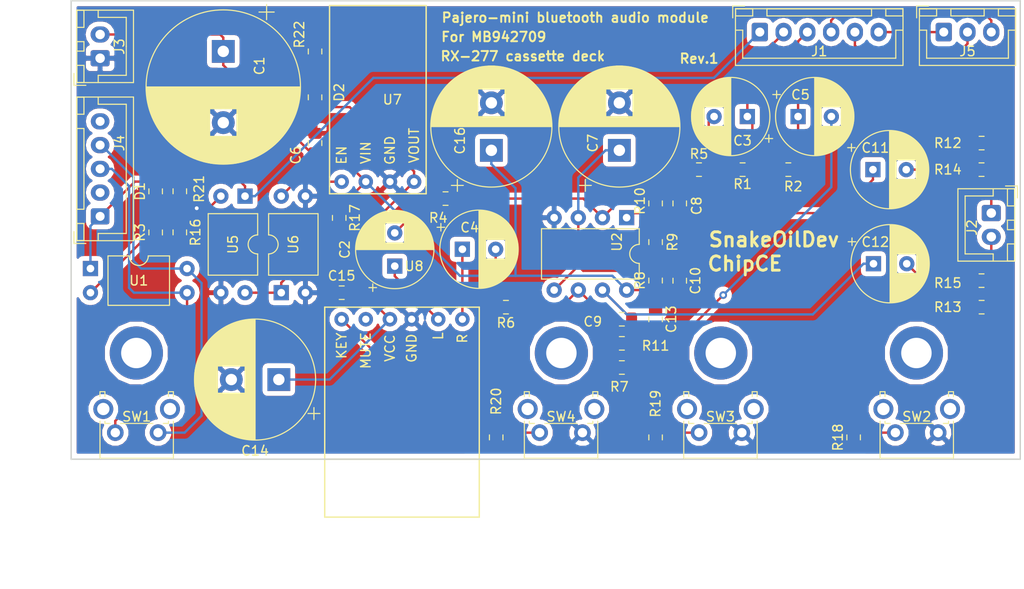
<source format=kicad_pcb>
(kicad_pcb (version 20171130) (host pcbnew 5.0.2+dfsg1-1)
  (layers (0 F.Cu signal) (31 B.Cu signal) (34 B.Paste user) (35 F.Paste user) (36 B.SilkS user) (37 F.SilkS user) (38 B.Mask user) (39 F.Mask user) (44 Edge.Cuts user))
  (net 0 "")
  (net 1 12V)
  (net 2 GND)
  (net 3 BLUETOOTH_L)
  (net 4 "Net-(C2-Pad2)")
  (net 5 "Net-(C3-Pad2)")
  (net 6 EXT_L)
  (net 7 BLUETOOTH_R)
  (net 8 "Net-(C4-Pad2)")
  (net 9 "Net-(C5-Pad2)")
  (net 10 EXT_R)
  (net 11 V_BIAS)
  (net 12 "Net-(C8-Pad2)")
  (net 13 "Net-(C11-Pad1)")
  (net 14 "Net-(C9-Pad2)")
  (net 15 "Net-(C12-Pad1)")
  (net 16 "Net-(C11-Pad2)")
  (net 17 "Net-(C12-Pad2)")
  (net 18 5V)
  (net 19 MOTOR)
  (net 20 "Net-(D1-Pad1)")
  (net 21 "Net-(D2-Pad1)")
  (net 22 AMP_MUTE)
  (net 23 GND_2)
  (net 24 VCC_2)
  (net 25 LINE_R)
  (net 26 LINE_L)
  (net 27 "Net-(J4-Pad2)")
  (net 28 TAPE)
  (net 29 COM)
  (net 30 "Net-(J4-Pad5)")
  (net 31 "Net-(R3-Pad1)")
  (net 32 "Net-(R16-Pad1)")
  (net 33 "Net-(R17-Pad2)")
  (net 34 "Net-(R18-Pad1)")
  (net 35 "Net-(R18-Pad2)")
  (net 36 "Net-(R19-Pad2)")
  (net 37 "Net-(R20-Pad2)")
  (net 38 5V_EN)
  (net 39 "Net-(U8-Pad5)")
  (module Capacitor_THT:CP_Radial_D16.0mm_P7.50mm (layer F.Cu) (at 77.216 109.474 270)
    (fp_text reference C1 (at 1.524 -3.81 270) (layer F.SilkS))
    (fp_text value 470u)
    (pad 1 thru_hole rect (at 0 0 270) (size 2.4 2.4) (drill 1.2) (layers *.Cu *.Mask) (net 1 12V))
    (pad 2 thru_hole circle (at 7.5 0 270) (size 2.4 2.4) (drill 1.2) (layers *.Cu *.Mask) (net 2 GND))
  )
  (module Capacitor_THT:CP_Radial_D8.0mm_P3.50mm (layer F.Cu) (at 95.25 132.08 90)
    (fp_text reference C2 (at 1.75 -5.25 90) (layer F.SilkS))
    (fp_text value 10u)
    (pad 1 thru_hole rect (at 0 0 90) (size 1.6 1.6) (drill 0.8) (layers *.Cu *.Mask) (net 3 BLUETOOTH_L))
    (pad 2 thru_hole circle (at 3.5 0 90) (size 1.6 1.6) (drill 0.8) (layers *.Cu *.Mask) (net 4 "Net-(C2-Pad2)"))
  )
  (module Capacitor_THT:CP_Radial_D8.0mm_P3.50mm (layer F.Cu) (at 132.334 116.332 180)
    (fp_text reference C3 (at 0.508 -2.54 180) (layer F.SilkS))
    (fp_text value 10u)
    (pad 2 thru_hole circle (at 3.5 0 180) (size 1.6 1.6) (drill 0.8) (layers *.Cu *.Mask) (net 5 "Net-(C3-Pad2)"))
    (pad 1 thru_hole rect (at 0 0 180) (size 1.6 1.6) (drill 0.8) (layers *.Cu *.Mask) (net 6 EXT_L))
  )
  (module Capacitor_THT:CP_Radial_D8.0mm_P3.50mm (layer F.Cu) (at 102.362 130.302)
    (fp_text reference C4 (at 0.762 -2.286) (layer F.SilkS))
    (fp_text value 10u)
    (pad 1 thru_hole rect (at 0 0) (size 1.6 1.6) (drill 0.8) (layers *.Cu *.Mask) (net 7 BLUETOOTH_R))
    (pad 2 thru_hole circle (at 3.5 0) (size 1.6 1.6) (drill 0.8) (layers *.Cu *.Mask) (net 8 "Net-(C4-Pad2)"))
  )
  (module Capacitor_THT:CP_Radial_D8.0mm_P3.50mm (layer F.Cu) (at 137.668 116.332)
    (fp_text reference C5 (at 0.254 -2.286) (layer F.SilkS))
    (fp_text value 10u)
    (pad 2 thru_hole circle (at 3.5 0) (size 1.6 1.6) (drill 0.8) (layers *.Cu *.Mask) (net 9 "Net-(C5-Pad2)"))
    (pad 1 thru_hole rect (at 0 0) (size 1.6 1.6) (drill 0.8) (layers *.Cu *.Mask) (net 10 EXT_R))
  )
  (module Resistor_SMD:R_0805_2012Metric_Pad1.15x1.40mm_HandSolder (layer F.Cu) (at 86.868 119.126 90)
    (fp_text reference C6 (at -1.27 -2.032 90) (layer F.SilkS))
    (fp_text value 100n)
    (pad 1 smd roundrect (at -1.025 0 90) (size 1.15 1.4) (layers F.Cu F.Paste F.Mask) (roundrect_rratio 0.217391) (net 1 12V))
    (pad 2 smd roundrect (at 1.025 0 90) (size 1.15 1.4) (layers F.Cu F.Paste F.Mask) (roundrect_rratio 0.217391) (net 2 GND))
  )
  (module Capacitor_THT:CP_Radial_D12.5mm_P5.00mm (layer F.Cu) (at 118.872 119.888 90)
    (fp_text reference C7 (at 0.762 -2.794 90) (layer F.SilkS))
    (fp_text value 100u)
    (pad 2 thru_hole circle (at 5 0 90) (size 2.4 2.4) (drill 1.2) (layers *.Cu *.Mask) (net 2 GND))
    (pad 1 thru_hole rect (at 0 0 90) (size 2.4 2.4) (drill 1.2) (layers *.Cu *.Mask) (net 11 V_BIAS))
  )
  (module Resistor_SMD:R_0805_2012Metric_Pad1.15x1.40mm_HandSolder (layer F.Cu) (at 125.222 125.476 90)
    (fp_text reference C8 (at -0.254 1.778 90) (layer F.SilkS))
    (fp_text value 470p)
    (pad 2 smd roundrect (at 1.025 0 90) (size 1.15 1.4) (layers F.Cu F.Paste F.Mask) (roundrect_rratio 0.217391) (net 12 "Net-(C8-Pad2)"))
    (pad 1 smd roundrect (at -1.025 0 90) (size 1.15 1.4) (layers F.Cu F.Paste F.Mask) (roundrect_rratio 0.217391) (net 13 "Net-(C11-Pad1)"))
  )
  (module Resistor_SMD:R_0805_2012Metric_Pad1.15x1.40mm_HandSolder (layer F.Cu) (at 119.135 137.668 180)
    (fp_text reference C9 (at 3.057 -0.254 180) (layer F.SilkS))
    (fp_text value 470p)
    (pad 2 smd roundrect (at 1.025 0 180) (size 1.15 1.4) (layers F.Cu F.Paste F.Mask) (roundrect_rratio 0.217391) (net 14 "Net-(C9-Pad2)"))
    (pad 1 smd roundrect (at -1.025 0 180) (size 1.15 1.4) (layers F.Cu F.Paste F.Mask) (roundrect_rratio 0.217391) (net 15 "Net-(C12-Pad1)"))
  )
  (module Resistor_SMD:R_0805_2012Metric_Pad1.15x1.40mm_HandSolder (layer F.Cu) (at 125.222 133.613 270)
    (fp_text reference C10 (at 0 -1.65 270) (layer F.SilkS))
    (fp_text value 100n)
    (pad 1 smd roundrect (at -1.025 0 270) (size 1.15 1.4) (layers F.Cu F.Paste F.Mask) (roundrect_rratio 0.217391) (net 11 V_BIAS))
    (pad 2 smd roundrect (at 1.025 0 270) (size 1.15 1.4) (layers F.Cu F.Paste F.Mask) (roundrect_rratio 0.217391) (net 2 GND))
  )
  (module Capacitor_THT:CP_Radial_D8.0mm_P3.50mm (layer F.Cu) (at 145.542 121.92)
    (fp_text reference C11 (at 0.254 -2.286) (layer F.SilkS))
    (fp_text value 10u)
    (pad 2 thru_hole circle (at 3.5 0) (size 1.6 1.6) (drill 0.8) (layers *.Cu *.Mask) (net 16 "Net-(C11-Pad2)"))
    (pad 1 thru_hole rect (at 0 0) (size 1.6 1.6) (drill 0.8) (layers *.Cu *.Mask) (net 13 "Net-(C11-Pad1)"))
  )
  (module Capacitor_THT:CP_Radial_D8.0mm_P3.50mm (layer F.Cu) (at 145.598 131.826)
    (fp_text reference C12 (at 0.198 -2.286) (layer F.SilkS))
    (fp_text value 10u)
    (pad 1 thru_hole rect (at 0 0) (size 1.6 1.6) (drill 0.8) (layers *.Cu *.Mask) (net 15 "Net-(C12-Pad1)"))
    (pad 2 thru_hole circle (at 3.5 0) (size 1.6 1.6) (drill 0.8) (layers *.Cu *.Mask) (net 17 "Net-(C12-Pad2)"))
  )
  (module Capacitor_THT:CP_Radial_D12.5mm_P5.00mm (layer F.Cu) (at 83.058 144.018 180)
    (fp_text reference C14 (at 2.5 -7.5 180) (layer F.SilkS))
    (fp_text value 220u)
    (pad 1 thru_hole rect (at 0 0 180) (size 2.4 2.4) (drill 1.2) (layers *.Cu *.Mask) (net 18 5V))
    (pad 2 thru_hole circle (at 5 0 180) (size 2.4 2.4) (drill 1.2) (layers *.Cu *.Mask) (net 2 GND))
  )
  (module Resistor_SMD:R_0805_2012Metric_Pad1.15x1.40mm_HandSolder (layer F.Cu) (at 89.671 134.874 180)
    (fp_text reference C15 (at 0.009 1.778 180) (layer F.SilkS))
    (fp_text value 100n)
    (pad 2 smd roundrect (at 1.025 0 180) (size 1.15 1.4) (layers F.Cu F.Paste F.Mask) (roundrect_rratio 0.217391) (net 2 GND))
    (pad 1 smd roundrect (at -1.025 0 180) (size 1.15 1.4) (layers F.Cu F.Paste F.Mask) (roundrect_rratio 0.217391) (net 18 5V))
  )
  (module Resistor_SMD:R_0805_2012Metric_Pad1.15x1.40mm_HandSolder (layer F.Cu) (at 70.104 124.206 90)
    (fp_text reference D1 (at 0 -1.65 90) (layer F.SilkS))
    (fp_text value LED)
    (pad 2 smd roundrect (at 1.025 0 90) (size 1.15 1.4) (layers F.Cu F.Paste F.Mask) (roundrect_rratio 0.217391) (net 19 MOTOR))
    (pad 1 smd roundrect (at -1.025 0 90) (size 1.15 1.4) (layers F.Cu F.Paste F.Mask) (roundrect_rratio 0.217391) (net 20 "Net-(D1-Pad1)"))
  )
  (module Resistor_SMD:R_0805_2012Metric_Pad1.15x1.40mm_HandSolder (layer F.Cu) (at 86.868 114.309 270)
    (fp_text reference D2 (at -0.517 -2.54 270) (layer F.SilkS))
    (fp_text value LED)
    (pad 1 smd roundrect (at -1.025 0 270) (size 1.15 1.4) (layers F.Cu F.Paste F.Mask) (roundrect_rratio 0.217391) (net 21 "Net-(D2-Pad1)"))
    (pad 2 smd roundrect (at 1.025 0 270) (size 1.15 1.4) (layers F.Cu F.Paste F.Mask) (roundrect_rratio 0.217391) (net 18 5V))
  )
  (module Connector_JST:JST_XH_B06B-XH-A_1x06_P2.50mm_Vertical (layer F.Cu) (at 133.644 107.442)
    (fp_text reference J1 (at 6.25 2.032) (layer F.SilkS))
    (fp_text value EXT)
    (pad 1 thru_hole roundrect (at 0 0) (size 1.7 1.95) (drill 0.95) (layers *.Cu *.Mask) (roundrect_rratio 0.147059) (net 19 MOTOR))
    (pad 2 thru_hole oval (at 2.5 0) (size 1.7 1.95) (drill 0.95) (layers *.Cu *.Mask) (net 6 EXT_L))
    (pad 3 thru_hole oval (at 5 0) (size 1.7 1.95) (drill 0.95) (layers *.Cu *.Mask) (net 10 EXT_R))
    (pad 4 thru_hole oval (at 7.5 0) (size 1.7 1.95) (drill 0.95) (layers *.Cu *.Mask) (net 22 AMP_MUTE))
    (pad 5 thru_hole oval (at 10 0) (size 1.7 1.95) (drill 0.95) (layers *.Cu *.Mask) (net 23 GND_2))
    (pad 6 thru_hole oval (at 12.5 0) (size 1.7 1.95) (drill 0.95) (layers *.Cu *.Mask) (net 24 VCC_2))
  )
  (module Connector_JST:JST_XH_B02B-XH-A_1x02_P2.50mm_Vertical (layer F.Cu) (at 157.988 126.492 270)
    (fp_text reference J2 (at 1.524 2.032 270) (layer F.SilkS))
    (fp_text value LINE)
    (pad 1 thru_hole roundrect (at 0 0 270) (size 1.7 2) (drill 1) (layers *.Cu *.Mask) (roundrect_rratio 0.147059) (net 26 LINE_L))
    (pad 2 thru_hole oval (at 2.5 0 270) (size 1.7 2) (drill 1) (layers *.Cu *.Mask) (net 25 LINE_R))
  )
  (module Connector_JST:JST_XH_B02B-XH-A_1x02_P2.50mm_Vertical (layer F.Cu) (at 64.262 110.196 90)
    (fp_text reference J3 (at 1.23 2.032 90) (layer F.SilkS))
    (fp_text value PWR_1)
    (pad 2 thru_hole oval (at 2.5 0 90) (size 1.7 2) (drill 1) (layers *.Cu *.Mask) (net 1 12V))
    (pad 1 thru_hole roundrect (at 0 0 90) (size 1.7 2) (drill 1) (layers *.Cu *.Mask) (roundrect_rratio 0.147059) (net 2 GND))
  )
  (module Connector_JST:JST_XH_B05B-XH-A_1x05_P2.50mm_Vertical (layer F.Cu) (at 64.262 126.84 90)
    (fp_text reference J4 (at 7.714 2.032 90) (layer F.SilkS))
    (fp_text value TAPE_CONTROL)
    (pad 1 thru_hole roundrect (at 0 0 90) (size 1.7 1.95) (drill 0.95) (layers *.Cu *.Mask) (roundrect_rratio 0.147059) (net 19 MOTOR))
    (pad 2 thru_hole oval (at 2.5 0 90) (size 1.7 1.95) (drill 0.95) (layers *.Cu *.Mask) (net 27 "Net-(J4-Pad2)"))
    (pad 3 thru_hole oval (at 5 0 90) (size 1.7 1.95) (drill 0.95) (layers *.Cu *.Mask) (net 28 TAPE))
    (pad 4 thru_hole oval (at 7.5 0 90) (size 1.7 1.95) (drill 0.95) (layers *.Cu *.Mask) (net 29 COM))
    (pad 5 thru_hole oval (at 10 0 90) (size 1.7 1.95) (drill 0.95) (layers *.Cu *.Mask) (net 30 "Net-(J4-Pad5)"))
  )
  (module Connector_JST:JST_XH_B03B-XH-A_1x03_P2.50mm_Vertical (layer F.Cu) (at 152.988 107.442)
    (fp_text reference J5 (at 2.5 2.032) (layer F.SilkS))
    (fp_text value PWR_2)
    (pad 1 thru_hole roundrect (at 0 0) (size 1.7 1.95) (drill 0.95) (layers *.Cu *.Mask) (roundrect_rratio 0.147059) (net 24 VCC_2))
    (pad 2 thru_hole oval (at 2.5 0) (size 1.7 1.95) (drill 0.95) (layers *.Cu *.Mask) (net 23 GND_2))
    (pad 3 thru_hole oval (at 5 0) (size 1.7 1.95) (drill 0.95) (layers *.Cu *.Mask) (net 22 AMP_MUTE))
  )
  (module Resistor_SMD:R_0805_2012Metric_Pad1.15x1.40mm_HandSolder (layer F.Cu) (at 131.835 121.92)
    (fp_text reference R1 (at 0 1.524) (layer F.SilkS))
    (fp_text value 10K)
    (pad 1 smd roundrect (at -1.025 0) (size 1.15 1.4) (layers F.Cu F.Paste F.Mask) (roundrect_rratio 0.217391) (net 2 GND))
    (pad 2 smd roundrect (at 1.025 0) (size 1.15 1.4) (layers F.Cu F.Paste F.Mask) (roundrect_rratio 0.217391) (net 6 EXT_L))
  )
  (module Resistor_SMD:R_0805_2012Metric_Pad1.15x1.40mm_HandSolder (layer F.Cu) (at 136.643 121.92)
    (fp_text reference R2 (at 0.517 1.778) (layer F.SilkS))
    (fp_text value 10K)
    (pad 1 smd roundrect (at -1.025 0) (size 1.15 1.4) (layers F.Cu F.Paste F.Mask) (roundrect_rratio 0.217391) (net 2 GND))
    (pad 2 smd roundrect (at 1.025 0) (size 1.15 1.4) (layers F.Cu F.Paste F.Mask) (roundrect_rratio 0.217391) (net 10 EXT_R))
  )
  (module Resistor_SMD:R_0805_2012Metric_Pad1.15x1.40mm_HandSolder (layer F.Cu) (at 70.104 128.533 90)
    (fp_text reference R3 (at 0 -1.65 90) (layer F.SilkS))
    (fp_text value 4K7)
    (pad 2 smd roundrect (at 1.025 0 90) (size 1.15 1.4) (layers F.Cu F.Paste F.Mask) (roundrect_rratio 0.217391) (net 2 GND))
    (pad 1 smd roundrect (at -1.025 0 90) (size 1.15 1.4) (layers F.Cu F.Paste F.Mask) (roundrect_rratio 0.217391) (net 31 "Net-(R3-Pad1)"))
  )
  (module Resistor_SMD:R_0805_2012Metric_Pad1.15x1.40mm_HandSolder (layer F.Cu) (at 100.593 124.968 180)
    (fp_text reference R4 (at 0.771 -2.032 180) (layer F.SilkS))
    (fp_text value 10K)
    (pad 1 smd roundrect (at -1.025 0 180) (size 1.15 1.4) (layers F.Cu F.Paste F.Mask) (roundrect_rratio 0.217391) (net 12 "Net-(C8-Pad2)"))
    (pad 2 smd roundrect (at 1.025 0 180) (size 1.15 1.4) (layers F.Cu F.Paste F.Mask) (roundrect_rratio 0.217391) (net 4 "Net-(C2-Pad2)"))
  )
  (module Resistor_SMD:R_0805_2012Metric_Pad1.15x1.40mm_HandSolder (layer F.Cu) (at 127.245 121.92)
    (fp_text reference R5 (at 0 -1.65) (layer F.SilkS))
    (fp_text value 15K)
    (pad 1 smd roundrect (at -1.025 0) (size 1.15 1.4) (layers F.Cu F.Paste F.Mask) (roundrect_rratio 0.217391) (net 12 "Net-(C8-Pad2)"))
    (pad 2 smd roundrect (at 1.025 0) (size 1.15 1.4) (layers F.Cu F.Paste F.Mask) (roundrect_rratio 0.217391) (net 5 "Net-(C3-Pad2)"))
  )
  (module Resistor_SMD:R_0805_2012Metric_Pad1.15x1.40mm_HandSolder (layer F.Cu) (at 106.943 136.398 180)
    (fp_text reference R6 (at 0 -1.65 180) (layer F.SilkS))
    (fp_text value 10K)
    (pad 2 smd roundrect (at 1.025 0 180) (size 1.15 1.4) (layers F.Cu F.Paste F.Mask) (roundrect_rratio 0.217391) (net 8 "Net-(C4-Pad2)"))
    (pad 1 smd roundrect (at -1.025 0 180) (size 1.15 1.4) (layers F.Cu F.Paste F.Mask) (roundrect_rratio 0.217391) (net 14 "Net-(C9-Pad2)"))
  )
  (module Resistor_SMD:R_0805_2012Metric_Pad1.15x1.40mm_HandSolder (layer F.Cu) (at 119.135 142.748)
    (fp_text reference R7 (at -0.263 2.032) (layer F.SilkS))
    (fp_text value 15K)
    (pad 2 smd roundrect (at 1.025 0) (size 1.15 1.4) (layers F.Cu F.Paste F.Mask) (roundrect_rratio 0.217391) (net 9 "Net-(C5-Pad2)"))
    (pad 1 smd roundrect (at -1.025 0) (size 1.15 1.4) (layers F.Cu F.Paste F.Mask) (roundrect_rratio 0.217391) (net 14 "Net-(C9-Pad2)"))
  )
  (module Resistor_SMD:R_0805_2012Metric_Pad1.15x1.40mm_HandSolder (layer F.Cu) (at 122.682 133.595 90)
    (fp_text reference R8 (at 0 -1.65 90) (layer F.SilkS))
    (fp_text value 47k)
    (pad 1 smd roundrect (at -1.025 0 90) (size 1.15 1.4) (layers F.Cu F.Paste F.Mask) (roundrect_rratio 0.217391) (net 1 12V))
    (pad 2 smd roundrect (at 1.025 0 90) (size 1.15 1.4) (layers F.Cu F.Paste F.Mask) (roundrect_rratio 0.217391) (net 11 V_BIAS))
  )
  (module Resistor_SMD:R_0805_2012Metric_Pad1.15x1.40mm_HandSolder (layer F.Cu) (at 122.682 129.549 90)
    (fp_text reference R9 (at 0 1.778 90) (layer F.SilkS))
    (fp_text value 47k)
    (pad 2 smd roundrect (at 1.025 0 90) (size 1.15 1.4) (layers F.Cu F.Paste F.Mask) (roundrect_rratio 0.217391) (net 2 GND))
    (pad 1 smd roundrect (at -1.025 0 90) (size 1.15 1.4) (layers F.Cu F.Paste F.Mask) (roundrect_rratio 0.217391) (net 11 V_BIAS))
  )
  (module Resistor_SMD:R_0805_2012Metric_Pad1.15x1.40mm_HandSolder (layer F.Cu) (at 122.682 125.476 90)
    (fp_text reference R10 (at 0.254 -1.65 90) (layer F.SilkS))
    (fp_text value 15K)
    (pad 2 smd roundrect (at 1.025 0 90) (size 1.15 1.4) (layers F.Cu F.Paste F.Mask) (roundrect_rratio 0.217391) (net 12 "Net-(C8-Pad2)"))
    (pad 1 smd roundrect (at -1.025 0 90) (size 1.15 1.4) (layers F.Cu F.Paste F.Mask) (roundrect_rratio 0.217391) (net 13 "Net-(C11-Pad1)"))
  )
  (module Resistor_SMD:R_0805_2012Metric_Pad1.15x1.40mm_HandSolder (layer F.Cu) (at 119.135 140.208 180)
    (fp_text reference R11 (at -3.547 -0.254 180) (layer F.SilkS))
    (fp_text value 15K)
    (pad 1 smd roundrect (at -1.025 0 180) (size 1.15 1.4) (layers F.Cu F.Paste F.Mask) (roundrect_rratio 0.217391) (net 15 "Net-(C12-Pad1)"))
    (pad 2 smd roundrect (at 1.025 0 180) (size 1.15 1.4) (layers F.Cu F.Paste F.Mask) (roundrect_rratio 0.217391) (net 14 "Net-(C9-Pad2)"))
  )
  (module Resistor_SMD:R_0805_2012Metric_Pad1.15x1.40mm_HandSolder (layer F.Cu) (at 156.972 119.126 180)
    (fp_text reference R12 (at 3.556 0 180) (layer F.SilkS))
    (fp_text value 10K)
    (pad 1 smd roundrect (at -1.025 0 180) (size 1.15 1.4) (layers F.Cu F.Paste F.Mask) (roundrect_rratio 0.217391) (net 2 GND))
    (pad 2 smd roundrect (at 1.025 0 180) (size 1.15 1.4) (layers F.Cu F.Paste F.Mask) (roundrect_rratio 0.217391) (net 16 "Net-(C11-Pad2)"))
  )
  (module Resistor_SMD:R_0805_2012Metric_Pad1.15x1.40mm_HandSolder (layer F.Cu) (at 156.972 136.398 180)
    (fp_text reference R13 (at 3.556 0 180) (layer F.SilkS))
    (fp_text value 10K)
    (pad 2 smd roundrect (at 1.025 0 180) (size 1.15 1.4) (layers F.Cu F.Paste F.Mask) (roundrect_rratio 0.217391) (net 17 "Net-(C12-Pad2)"))
    (pad 1 smd roundrect (at -1.025 0 180) (size 1.15 1.4) (layers F.Cu F.Paste F.Mask) (roundrect_rratio 0.217391) (net 2 GND))
  )
  (module Resistor_SMD:R_0805_2012Metric_Pad1.15x1.40mm_HandSolder (layer F.Cu) (at 156.963 121.92 180)
    (fp_text reference R14 (at 3.547 0 180) (layer F.SilkS))
    (fp_text value 1K)
    (pad 2 smd roundrect (at 1.025 0 180) (size 1.15 1.4) (layers F.Cu F.Paste F.Mask) (roundrect_rratio 0.217391) (net 16 "Net-(C11-Pad2)"))
    (pad 1 smd roundrect (at -1.025 0 180) (size 1.15 1.4) (layers F.Cu F.Paste F.Mask) (roundrect_rratio 0.217391) (net 26 LINE_L))
  )
  (module Resistor_SMD:R_0805_2012Metric_Pad1.15x1.40mm_HandSolder (layer F.Cu) (at 156.963 133.604 180)
    (fp_text reference R15 (at 3.547 -0.254 180) (layer F.SilkS))
    (fp_text value 1K)
    (pad 1 smd roundrect (at -1.025 0 180) (size 1.15 1.4) (layers F.Cu F.Paste F.Mask) (roundrect_rratio 0.217391) (net 25 LINE_R))
    (pad 2 smd roundrect (at 1.025 0 180) (size 1.15 1.4) (layers F.Cu F.Paste F.Mask) (roundrect_rratio 0.217391) (net 17 "Net-(C12-Pad2)"))
  )
  (module Resistor_SMD:R_0805_2012Metric_Pad1.15x1.40mm_HandSolder (layer F.Cu) (at 72.644 128.524 270)
    (fp_text reference R16 (at 0 -1.65 270) (layer F.SilkS))
    (fp_text value 4K7)
    (pad 1 smd roundrect (at -1.025 0 270) (size 1.15 1.4) (layers F.Cu F.Paste F.Mask) (roundrect_rratio 0.217391) (net 32 "Net-(R16-Pad1)"))
    (pad 2 smd roundrect (at 1.025 0 270) (size 1.15 1.4) (layers F.Cu F.Paste F.Mask) (roundrect_rratio 0.217391) (net 2 GND))
  )
  (module Resistor_SMD:R_0805_2012Metric_Pad1.15x1.40mm_HandSolder (layer F.Cu) (at 89.408 127 270)
    (fp_text reference R17 (at 0 -1.65 270) (layer F.SilkS))
    (fp_text value 4K7)
    (pad 2 smd roundrect (at 1.025 0 270) (size 1.15 1.4) (layers F.Cu F.Paste F.Mask) (roundrect_rratio 0.217391) (net 33 "Net-(R17-Pad2)"))
    (pad 1 smd roundrect (at -1.025 0 270) (size 1.15 1.4) (layers F.Cu F.Paste F.Mask) (roundrect_rratio 0.217391) (net 1 12V))
  )
  (module Resistor_SMD:R_0805_2012Metric_Pad1.15x1.40mm_HandSolder (layer F.Cu) (at 143.51 150.105 90)
    (fp_text reference R18 (at 0 -1.65 90) (layer F.SilkS))
    (fp_text value 51K)
    (pad 1 smd roundrect (at -1.025 0 90) (size 1.15 1.4) (layers F.Cu F.Paste F.Mask) (roundrect_rratio 0.217391) (net 34 "Net-(R18-Pad1)"))
    (pad 2 smd roundrect (at 1.025 0 90) (size 1.15 1.4) (layers F.Cu F.Paste F.Mask) (roundrect_rratio 0.217391) (net 35 "Net-(R18-Pad2)"))
  )
  (module Resistor_SMD:R_0805_2012Metric_Pad1.15x1.40mm_HandSolder (layer F.Cu) (at 122.682 150.105 90)
    (fp_text reference R19 (at 3.547 0 90) (layer F.SilkS))
    (fp_text value 33K)
    (pad 2 smd roundrect (at 1.025 0 90) (size 1.15 1.4) (layers F.Cu F.Paste F.Mask) (roundrect_rratio 0.217391) (net 36 "Net-(R19-Pad2)"))
    (pad 1 smd roundrect (at -1.025 0 90) (size 1.15 1.4) (layers F.Cu F.Paste F.Mask) (roundrect_rratio 0.217391) (net 34 "Net-(R18-Pad1)"))
  )
  (module Resistor_SMD:R_0805_2012Metric_Pad1.15x1.40mm_HandSolder (layer F.Cu) (at 105.918 150.105 90)
    (fp_text reference R20 (at 3.801 0 90) (layer F.SilkS))
    (fp_text value 9.1K)
    (pad 1 smd roundrect (at -1.025 0 90) (size 1.15 1.4) (layers F.Cu F.Paste F.Mask) (roundrect_rratio 0.217391) (net 34 "Net-(R18-Pad1)"))
    (pad 2 smd roundrect (at 1.025 0 90) (size 1.15 1.4) (layers F.Cu F.Paste F.Mask) (roundrect_rratio 0.217391) (net 37 "Net-(R20-Pad2)"))
  )
  (module Resistor_SMD:R_0805_2012Metric_Pad1.15x1.40mm_HandSolder (layer F.Cu) (at 72.644 124.197 90)
    (fp_text reference R21 (at 0.245 2.032 90) (layer F.SilkS))
    (fp_text value 4K7)
    (pad 1 smd roundrect (at -1.025 0 90) (size 1.15 1.4) (layers F.Cu F.Paste F.Mask) (roundrect_rratio 0.217391) (net 20 "Net-(D1-Pad1)"))
    (pad 2 smd roundrect (at 1.025 0 90) (size 1.15 1.4) (layers F.Cu F.Paste F.Mask) (roundrect_rratio 0.217391) (net 2 GND))
  )
  (module Resistor_SMD:R_0805_2012Metric_Pad1.15x1.40mm_HandSolder (layer F.Cu) (at 86.868 109.483 90)
    (fp_text reference R22 (at 1.787 -1.65 90) (layer F.SilkS))
    (fp_text value 2K2)
    (pad 2 smd roundrect (at 1.025 0 90) (size 1.15 1.4) (layers F.Cu F.Paste F.Mask) (roundrect_rratio 0.217391) (net 2 GND))
    (pad 1 smd roundrect (at -1.025 0 90) (size 1.15 1.4) (layers F.Cu F.Paste F.Mask) (roundrect_rratio 0.217391) (net 21 "Net-(D2-Pad1)"))
  )
  (module Button_Switch_THT:SW_Tactile_SPST_Angled_PTS645Vx83-2LFS (layer F.Cu) (at 70.358 149.606 180)
    (fp_text reference SW1 (at 2.25 1.68 180) (layer F.SilkS))
    (fp_text value TAPE_SW)
    (pad "" thru_hole circle (at 5.76 2.49 180) (size 2.1 2.1) (drill 1.3) (layers *.Cu *.Mask))
    (pad 2 thru_hole circle (at 4.5 0 180) (size 1.75 1.75) (drill 0.99) (layers *.Cu *.Mask) (net 28 TAPE))
    (pad 1 thru_hole circle (at 0 0 180) (size 1.75 1.75) (drill 0.99) (layers *.Cu *.Mask) (net 29 COM))
    (pad "" thru_hole circle (at -1.25 2.49 180) (size 2.1 2.1) (drill 1.3) (layers *.Cu *.Mask))
  )
  (module Button_Switch_THT:SW_Tactile_SPST_Angled_PTS645Vx83-2LFS (layer F.Cu) (at 152.4 149.606 180)
    (fp_text reference SW2 (at 2.25 1.68 180) (layer F.SilkS))
    (fp_text value PLAY/PAUSE)
    (pad "" thru_hole circle (at -1.25 2.49 180) (size 2.1 2.1) (drill 1.3) (layers *.Cu *.Mask))
    (pad 1 thru_hole circle (at 0 0 180) (size 1.75 1.75) (drill 0.99) (layers *.Cu *.Mask) (net 2 GND))
    (pad 2 thru_hole circle (at 4.5 0 180) (size 1.75 1.75) (drill 0.99) (layers *.Cu *.Mask) (net 35 "Net-(R18-Pad2)"))
    (pad "" thru_hole circle (at 5.76 2.49 180) (size 2.1 2.1) (drill 1.3) (layers *.Cu *.Mask))
  )
  (module Button_Switch_THT:SW_Tactile_SPST_Angled_PTS645Vx83-2LFS (layer F.Cu) (at 131.754 149.606 180)
    (fp_text reference SW3 (at 2.25 1.68 180) (layer F.SilkS))
    (fp_text value NEXT/UP)
    (pad "" thru_hole circle (at 5.76 2.49 180) (size 2.1 2.1) (drill 1.3) (layers *.Cu *.Mask))
    (pad 2 thru_hole circle (at 4.5 0 180) (size 1.75 1.75) (drill 0.99) (layers *.Cu *.Mask) (net 36 "Net-(R19-Pad2)"))
    (pad 1 thru_hole circle (at 0 0 180) (size 1.75 1.75) (drill 0.99) (layers *.Cu *.Mask) (net 2 GND))
    (pad "" thru_hole circle (at -1.25 2.49 180) (size 2.1 2.1) (drill 1.3) (layers *.Cu *.Mask))
  )
  (module Button_Switch_THT:SW_Tactile_SPST_Angled_PTS645Vx83-2LFS (layer F.Cu) (at 114.99 149.606 180)
    (fp_text reference SW4 (at 2.25 1.68 180) (layer F.SilkS))
    (fp_text value PREV/DOWN)
    (pad "" thru_hole circle (at -1.25 2.49 180) (size 2.1 2.1) (drill 1.3) (layers *.Cu *.Mask))
    (pad 1 thru_hole circle (at 0 0 180) (size 1.75 1.75) (drill 0.99) (layers *.Cu *.Mask) (net 2 GND))
    (pad 2 thru_hole circle (at 4.5 0 180) (size 1.75 1.75) (drill 0.99) (layers *.Cu *.Mask) (net 37 "Net-(R20-Pad2)"))
    (pad "" thru_hole circle (at 5.76 2.49 180) (size 2.1 2.1) (drill 1.3) (layers *.Cu *.Mask))
  )
  (module Package_DIP:DIP-4_W10.16mm (layer F.Cu) (at 63.246 132.334)
    (fp_text reference U1 (at 5.08 1.27) (layer F.SilkS))
    (fp_text value TLP785)
    (pad 1 thru_hole rect (at 0 0) (size 1.6 1.6) (drill 0.8) (layers *.Cu *.Mask) (net 19 MOTOR))
    (pad 3 thru_hole oval (at 10.16 2.54) (size 1.6 1.6) (drill 0.8) (layers *.Cu *.Mask) (net 28 TAPE))
    (pad 2 thru_hole oval (at 0 2.54) (size 1.6 1.6) (drill 0.8) (layers *.Cu *.Mask) (net 31 "Net-(R3-Pad1)"))
    (pad 4 thru_hole oval (at 10.16 0) (size 1.6 1.6) (drill 0.8) (layers *.Cu *.Mask) (net 29 COM))
  )
  (module Package_DIP:DIP-4_W10.16mm (layer F.Cu) (at 79.502 124.714 270)
    (fp_text reference U5 (at 5.08 1.27 270) (layer F.SilkS))
    (fp_text value TLP785)
    (pad 4 thru_hole oval (at 10.16 0 270) (size 1.6 1.6) (drill 0.8) (layers *.Cu *.Mask) (net 33 "Net-(R17-Pad2)"))
    (pad 2 thru_hole oval (at 0 2.54 270) (size 1.6 1.6) (drill 0.8) (layers *.Cu *.Mask) (net 32 "Net-(R16-Pad1)"))
    (pad 3 thru_hole oval (at 10.16 2.54 270) (size 1.6 1.6) (drill 0.8) (layers *.Cu *.Mask) (net 2 GND))
    (pad 1 thru_hole rect (at 0 0 270) (size 1.6 1.6) (drill 0.8) (layers *.Cu *.Mask) (net 19 MOTOR))
  )
  (module Package_DIP:DIP-4_W10.16mm (layer F.Cu) (at 83.312 134.874 90)
    (fp_text reference U6 (at 5.08 1.27 90) (layer F.SilkS))
    (fp_text value TLP785)
    (pad 1 thru_hole rect (at 0 0 90) (size 1.6 1.6) (drill 0.8) (layers *.Cu *.Mask) (net 33 "Net-(R17-Pad2)"))
    (pad 3 thru_hole oval (at 10.16 2.54 90) (size 1.6 1.6) (drill 0.8) (layers *.Cu *.Mask) (net 2 GND))
    (pad 2 thru_hole oval (at 0 2.54 90) (size 1.6 1.6) (drill 0.8) (layers *.Cu *.Mask) (net 2 GND))
    (pad 4 thru_hole oval (at 10.16 0 90) (size 1.6 1.6) (drill 0.8) (layers *.Cu *.Mask) (net 38 5V_EN))
  )
  (module custom-footprints:Buck-converter-3A (layer F.Cu) (at 92.202 123.19)
    (fp_text reference U7 (at 2.794 -8.636) (layer F.SilkS))
    (fp_text value buck-converter-3A)
    (fp_text user EN (at -2.54 -2.794 90) (layer F.SilkS))
    (fp_text user VIN (at 0 -3.048 270) (layer F.SilkS))
    (fp_text user GND (at 2.54 -3.302 90) (layer F.SilkS))
    (fp_text user VOUT (at 5.08 -3.81 90) (layer F.SilkS))
    (pad 1 thru_hole circle (at -2.54 0) (size 1.524 1.524) (drill 0.762) (layers *.Cu *.Mask) (net 38 5V_EN))
    (pad 2 thru_hole circle (at 0 0) (size 1.524 1.524) (drill 0.762) (layers *.Cu *.Mask) (net 1 12V))
    (pad 3 thru_hole circle (at 2.54 0) (size 1.524 1.524) (drill 0.762) (layers *.Cu *.Mask) (net 2 GND))
    (pad 4 thru_hole circle (at 5.08 0) (size 1.524 1.524) (drill 0.762) (layers *.Cu *.Mask) (net 18 5V))
  )
  (module custom-footprints:Bluettoth-module-M18 (layer F.Cu) (at 97.282 132.588 180)
    (fp_text reference U8 (at 0 0.5 180) (layer F.SilkS))
    (fp_text value Bluetooth-M18)
    (fp_text user KEY (at 7.62 -7.874 270) (layer F.SilkS))
    (fp_text user MUTE (at 5.08 -8.382 270) (layer F.SilkS))
    (fp_text user VCC (at 2.54 -8.128 270) (layer F.SilkS))
    (fp_text user GND (at 0.254 -8.128 270) (layer F.SilkS))
    (fp_text user L (at -2.54 -6.858 270) (layer F.SilkS))
    (fp_text user R (at -5.08 -7.112 270) (layer F.SilkS))
    (pad 1 thru_hole circle (at -5.08 -5.08 180) (size 1.524 1.524) (drill 0.762) (layers *.Cu *.Mask) (net 7 BLUETOOTH_R))
    (pad 2 thru_hole circle (at -2.54 -5.08 180) (size 1.524 1.524) (drill 0.762) (layers *.Cu *.Mask) (net 3 BLUETOOTH_L))
    (pad 3 thru_hole circle (at 0.254 -5.08 180) (size 1.524 1.524) (drill 0.762) (layers *.Cu *.Mask) (net 2 GND))
    (pad 4 thru_hole circle (at 2.54 -5.08 180) (size 1.524 1.524) (drill 0.762) (layers *.Cu *.Mask) (net 18 5V))
    (pad 5 thru_hole circle (at 5.08 -5.08 180) (size 1.524 1.524) (drill 0.762) (layers *.Cu *.Mask) (net 39 "Net-(U8-Pad5)"))
    (pad 6 thru_hole circle (at 7.62 -5.08 180) (size 1.524 1.524) (drill 0.762) (layers *.Cu *.Mask) (net 34 "Net-(R18-Pad1)"))
  )
  (module Package_DIP:DIP-8_W7.62mm (layer F.Cu) (at 119.634 126.978131 270)
    (fp_text reference U2 (at 2.561869 1.016 270) (layer F.SilkS))
    (fp_text value Opamp_Dual_Generic)
    (pad 1 thru_hole rect (at 0 0 270) (size 1.6 1.6) (drill 0.8) (layers *.Cu *.Mask) (net 13 "Net-(C11-Pad1)"))
    (pad 5 thru_hole oval (at 7.62 7.62 270) (size 1.6 1.6) (drill 0.8) (layers *.Cu *.Mask) (net 11 V_BIAS))
    (pad 2 thru_hole oval (at 0 2.54 270) (size 1.6 1.6) (drill 0.8) (layers *.Cu *.Mask) (net 12 "Net-(C8-Pad2)"))
    (pad 6 thru_hole oval (at 7.62 5.08 270) (size 1.6 1.6) (drill 0.8) (layers *.Cu *.Mask) (net 14 "Net-(C9-Pad2)"))
    (pad 3 thru_hole oval (at 0 5.08 270) (size 1.6 1.6) (drill 0.8) (layers *.Cu *.Mask) (net 11 V_BIAS))
    (pad 7 thru_hole oval (at 7.62 2.54 270) (size 1.6 1.6) (drill 0.8) (layers *.Cu *.Mask) (net 15 "Net-(C12-Pad1)"))
    (pad 4 thru_hole oval (at 0 7.62 270) (size 1.6 1.6) (drill 0.8) (layers *.Cu *.Mask) (net 2 GND))
    (pad 8 thru_hole oval (at 7.62 0 270) (size 1.6 1.6) (drill 0.8) (layers *.Cu *.Mask) (net 1 12V))
  )
  (module Resistor_SMD:R_0805_2012Metric_Pad1.15x1.40mm_HandSolder (layer F.Cu) (at 122.682 137.668 270)
    (fp_text reference C13 (at 0 -1.65 270) (layer F.SilkS))
    (fp_text value 100n)
    (pad 1 smd roundrect (at -1.025 0 270) (size 1.15 1.4) (layers F.Cu F.Paste F.Mask) (roundrect_rratio 0.217391) (net 1 12V))
    (pad 2 smd roundrect (at 1.025 0 270) (size 1.15 1.4) (layers F.Cu F.Paste F.Mask) (roundrect_rratio 0.217391) (net 2 GND))
  )
  (module MountingHole:MountingHole_3.2mm_M3_DIN965_Pad (layer F.Cu) (at 68.072 141.224)
    (fp_text reference REF** hide)
    (fp_text value MountingHole_3.2mm_M3_DIN965_Pad)
    (pad 1 thru_hole circle (at 0 0) (size 5.6 5.6) (drill 3.2) (layers *.Cu *.Mask))
  )
  (module MountingHole:MountingHole_3.2mm_M3_DIN965_Pad (layer F.Cu) (at 112.776 141.224)
    (fp_text reference REF** hide)
    (fp_text value MountingHole_3.2mm_M3_DIN965_Pad hide)
    (pad 1 thru_hole circle (at 0 0) (size 5.6 5.6) (drill 3.2) (layers *.Cu *.Mask))
  )
  (module MountingHole:MountingHole_3.2mm_M3_DIN965_Pad (layer F.Cu) (at 129.54 141.224)
    (fp_text reference REF** hide)
    (fp_text value MountingHole_3.2mm_M3_DIN965_Pad hide)
    (pad 1 thru_hole circle (at 0 0) (size 5.6 5.6) (drill 3.2) (layers *.Cu *.Mask))
  )
  (module MountingHole:MountingHole_3.2mm_M3_DIN965_Pad (layer F.Cu) (at 150.114 141.224)
    (fp_text reference REF** hide)
    (fp_text value MountingHole_3.2mm_M3_DIN965_Pad hide)
    (pad 1 thru_hole circle (at 0 0) (size 5.6 5.6) (drill 3.2) (layers *.Cu *.Mask))
  )
  (module Capacitor_THT:CP_Radial_D12.5mm_P5.00mm (layer F.Cu) (at 105.41 119.888 90)
    (fp_text reference C16 (at 1.016 -3.302 90) (layer F.SilkS))
    (fp_text value 100u)
    (pad 1 thru_hole rect (at 0 0 90) (size 2.4 2.4) (drill 1.2) (layers *.Cu *.Mask) (net 1 12V))
    (pad 2 thru_hole circle (at 5 0 90) (size 2.4 2.4) (drill 1.2) (layers *.Cu *.Mask) (net 2 GND))
  )
  (gr_text Rev.1 (at 127.254 110.236) (layer F.SilkS) (effects (font (size 1 1) (thickness 0.2))))
  (gr_text ChipCE (at 132.08 131.826) (layer F.SilkS) (effects (font (size 1.5 1.5) (thickness 0.3))))
  (gr_text SnakeOilDev (at 135.128 129.286) (layer F.SilkS) (effects (font (size 1.5 1.5) (thickness 0.3))))
  (gr_text "RX-277 cassette deck" (at 108.712 109.982) (layer F.SilkS) (effects (font (size 1 1) (thickness 0.2))))
  (gr_text "For MB942709" (at 105.664 107.95) (layer F.SilkS) (effects (font (size 1 1) (thickness 0.2))))
  (gr_text "Pajero-mini bluetooth audio module" (at 100.076 105.918) (layer F.SilkS) (effects (font (size 1 1) (thickness 0.2)) (justify left)))
  (gr_line (start 61.214 104.14) (end 61.214 152.4) (layer Edge.Cuts) (width 0.15))
  (gr_line (start 161.036 104.14) (end 61.214 104.14) (layer Edge.Cuts) (width 0.15))
  (gr_line (start 161.036 152.4) (end 161.036 104.14) (layer Edge.Cuts) (width 0.15))
  (gr_line (start 61.214 152.4) (end 161.036 152.4) (layer Edge.Cuts) (width 0.15))
  (segment (start 92.193 123.19) (end 92.202 123.19) (width 0.25) (layer F.Cu) (net 1))
  (segment (start 89.408 125.975) (end 92.193 123.19) (width 0.25) (layer F.Cu) (net 1))
  (segment (start 92.202 123.19) (end 102.108 133.096) (width 0.25) (layer B.Cu) (net 1))
  (segment (start 91.440001 122.428001) (end 92.202 123.19) (width 0.25) (layer F.Cu) (net 1))
  (segment (start 89.786372 120.774372) (end 91.440001 122.428001) (width 0.25) (layer F.Cu) (net 1))
  (segment (start 87.491372 120.774372) (end 89.786372 120.774372) (width 0.25) (layer F.Cu) (net 1))
  (segment (start 86.868 120.151) (end 87.491372 120.774372) (width 0.25) (layer F.Cu) (net 1))
  (segment (start 86.443 120.151) (end 86.868 120.151) (width 0.25) (layer F.Cu) (net 1))
  (segment (start 77.216 110.924) (end 86.443 120.151) (width 0.25) (layer F.Cu) (net 1))
  (segment (start 77.216 109.474) (end 77.216 110.924) (width 0.25) (layer F.Cu) (net 1))
  (segment (start 105.41 121.338) (end 107.95 123.878) (width 0.25) (layer B.Cu) (net 1))
  (segment (start 107.95 123.878) (end 107.95 133.096) (width 0.25) (layer B.Cu) (net 1))
  (segment (start 105.41 119.888) (end 105.41 121.338) (width 0.25) (layer B.Cu) (net 1))
  (segment (start 102.108 133.096) (end 107.95 133.096) (width 0.25) (layer B.Cu) (net 1))
  (segment (start 77.216 108.024) (end 77.216 109.474) (width 0.25) (layer F.Cu) (net 1))
  (segment (start 76.888 107.696) (end 77.216 108.024) (width 0.25) (layer F.Cu) (net 1))
  (segment (start 64.262 107.696) (end 76.888 107.696) (width 0.25) (layer F.Cu) (net 1))
  (segment (start 118.131869 133.096) (end 119.634 134.598131) (width 0.25) (layer B.Cu) (net 1))
  (segment (start 107.95 133.096) (end 118.131869 133.096) (width 0.25) (layer B.Cu) (net 1))
  (segment (start 122.660131 134.598131) (end 122.682 134.62) (width 0.25) (layer F.Cu) (net 1))
  (segment (start 119.634 134.598131) (end 122.660131 134.598131) (width 0.25) (layer F.Cu) (net 1))
  (segment (start 122.682 136.643) (end 122.682 134.62) (width 0.25) (layer F.Cu) (net 1))
  (via (at 74.422 125.984) (size 0.8) (drill 0.4) (layers F.Cu B.Cu) (net 2))
  (segment (start 99.534 137.668) (end 99.822 137.668) (width 0.25) (layer F.Cu) (net 3))
  (segment (start 99.788 137.668) (end 99.822 137.668) (width 0.25) (layer F.Cu) (net 3))
  (segment (start 95.25 133.13) (end 99.788 137.668) (width 0.25) (layer F.Cu) (net 3))
  (segment (start 95.25 132.08) (end 95.25 133.13) (width 0.25) (layer F.Cu) (net 3))
  (segment (start 98.862 124.968) (end 99.568 124.968) (width 0.25) (layer F.Cu) (net 4))
  (segment (start 95.25 128.58) (end 98.862 124.968) (width 0.25) (layer F.Cu) (net 4))
  (segment (start 128.27 116.896) (end 128.834 116.332) (width 0.25) (layer F.Cu) (net 5))
  (segment (start 128.27 121.92) (end 128.27 116.896) (width 0.25) (layer F.Cu) (net 5))
  (segment (start 132.86 116.858) (end 132.334 116.332) (width 0.25) (layer F.Cu) (net 6))
  (segment (start 132.86 121.92) (end 132.86 116.858) (width 0.25) (layer F.Cu) (net 6))
  (segment (start 134.919 108.667) (end 135.044 108.667) (width 0.25) (layer F.Cu) (net 6))
  (segment (start 136.144 107.567) (end 136.144 107.442) (width 0.25) (layer F.Cu) (net 6))
  (segment (start 135.044 108.667) (end 136.144 107.567) (width 0.25) (layer F.Cu) (net 6))
  (segment (start 132.334 111.252) (end 134.919 108.667) (width 0.25) (layer F.Cu) (net 6))
  (segment (start 132.334 116.332) (end 132.334 111.252) (width 0.25) (layer F.Cu) (net 6))
  (segment (start 102.362 131.352) (end 102.362 137.668) (width 0.25) (layer F.Cu) (net 7))
  (segment (start 102.362 130.302) (end 102.362 131.352) (width 0.25) (layer F.Cu) (net 7))
  (segment (start 105.862 136.342) (end 105.918 136.398) (width 0.25) (layer F.Cu) (net 8))
  (segment (start 105.862 130.302) (end 105.862 136.342) (width 0.25) (layer F.Cu) (net 8))
  (segment (start 120.16 142.748) (end 120.835 142.748) (width 0.25) (layer F.Cu) (net 9))
  (segment (start 120.835 142.748) (end 122.174 142.748) (width 0.25) (layer F.Cu) (net 9))
  (via (at 129.794 135.128) (size 0.8) (drill 0.4) (layers F.Cu B.Cu) (net 9))
  (segment (start 122.174 142.748) (end 129.794 135.128) (width 0.25) (layer F.Cu) (net 9))
  (segment (start 141.168 123.754) (end 141.168 116.332) (width 0.25) (layer B.Cu) (net 9))
  (segment (start 129.794 135.128) (end 141.168 123.754) (width 0.25) (layer B.Cu) (net 9))
  (segment (start 137.668 121.92) (end 137.668 116.332) (width 0.25) (layer F.Cu) (net 10))
  (segment (start 137.668 108.418) (end 138.644 107.442) (width 0.25) (layer F.Cu) (net 10))
  (segment (start 137.668 116.332) (end 137.668 108.418) (width 0.25) (layer F.Cu) (net 10))
  (segment (start 114.554 132.058131) (end 114.554 126.978131) (width 0.25) (layer F.Cu) (net 11))
  (segment (start 112.014 134.598131) (end 114.554 132.058131) (width 0.25) (layer F.Cu) (net 11))
  (segment (start 117.422 119.888) (end 118.872 119.888) (width 0.25) (layer B.Cu) (net 11))
  (segment (start 114.554 122.756) (end 117.422 119.888) (width 0.25) (layer B.Cu) (net 11))
  (segment (start 114.554 126.978131) (end 114.554 122.756) (width 0.25) (layer B.Cu) (net 11))
  (segment (start 122.682 132.57) (end 122.682 130.574) (width 0.25) (layer F.Cu) (net 11))
  (segment (start 115.065869 132.57) (end 122.682 132.57) (width 0.25) (layer F.Cu) (net 11))
  (segment (start 114.554 132.058131) (end 115.065869 132.57) (width 0.25) (layer F.Cu) (net 11))
  (segment (start 125.204 132.57) (end 125.222 132.588) (width 0.25) (layer F.Cu) (net 11))
  (segment (start 122.682 132.57) (end 125.204 132.57) (width 0.25) (layer F.Cu) (net 11))
  (segment (start 115.083869 124.968) (end 117.094 126.978131) (width 0.25) (layer F.Cu) (net 12))
  (segment (start 101.618 124.968) (end 115.083869 124.968) (width 0.25) (layer F.Cu) (net 12))
  (segment (start 119.621131 124.451) (end 125.222 124.451) (width 0.25) (layer F.Cu) (net 12))
  (segment (start 117.094 126.978131) (end 119.621131 124.451) (width 0.25) (layer F.Cu) (net 12))
  (segment (start 125.222 122.918) (end 126.22 121.92) (width 0.25) (layer F.Cu) (net 12))
  (segment (start 125.222 124.451) (end 125.222 122.918) (width 0.25) (layer F.Cu) (net 12))
  (segment (start 125.222 126.501) (end 122.682 126.501) (width 0.25) (layer F.Cu) (net 13))
  (segment (start 120.111131 126.501) (end 119.634 126.978131) (width 0.25) (layer F.Cu) (net 13))
  (segment (start 122.682 126.501) (end 120.111131 126.501) (width 0.25) (layer F.Cu) (net 13))
  (segment (start 145.542 122.97) (end 145.542 121.92) (width 0.25) (layer F.Cu) (net 13))
  (segment (start 142.011 126.501) (end 145.542 122.97) (width 0.25) (layer F.Cu) (net 13))
  (segment (start 125.222 126.501) (end 142.011 126.501) (width 0.25) (layer F.Cu) (net 13))
  (segment (start 112.754131 136.398) (end 114.554 134.598131) (width 0.25) (layer F.Cu) (net 14))
  (segment (start 107.968 136.398) (end 112.754131 136.398) (width 0.25) (layer F.Cu) (net 14))
  (segment (start 117.623869 137.668) (end 118.11 137.668) (width 0.25) (layer F.Cu) (net 14))
  (segment (start 114.554 134.598131) (end 117.623869 137.668) (width 0.25) (layer F.Cu) (net 14))
  (segment (start 118.11 137.668) (end 118.11 140.208) (width 0.25) (layer F.Cu) (net 14))
  (segment (start 118.11 140.208) (end 118.11 142.748) (width 0.25) (layer F.Cu) (net 14))
  (segment (start 120.16 137.664131) (end 120.16 137.668) (width 0.25) (layer F.Cu) (net 15))
  (segment (start 117.094 134.598131) (end 120.16 137.664131) (width 0.25) (layer F.Cu) (net 15))
  (segment (start 120.16 138.468) (end 120.16 140.208) (width 0.25) (layer F.Cu) (net 15))
  (segment (start 120.16 137.668) (end 120.16 138.468) (width 0.25) (layer F.Cu) (net 15))
  (segment (start 144.548 131.826) (end 139.214 137.16) (width 0.25) (layer B.Cu) (net 15))
  (segment (start 145.598 131.826) (end 144.548 131.826) (width 0.25) (layer B.Cu) (net 15))
  (segment (start 119.655869 137.16) (end 117.094 134.598131) (width 0.25) (layer B.Cu) (net 15))
  (segment (start 139.214 137.16) (end 119.655869 137.16) (width 0.25) (layer B.Cu) (net 15))
  (segment (start 149.042 121.92) (end 155.938 121.92) (width 0.25) (layer F.Cu) (net 16))
  (segment (start 155.947 121.911) (end 155.938 121.92) (width 0.25) (layer F.Cu) (net 16))
  (segment (start 155.947 119.126) (end 155.947 121.911) (width 0.25) (layer F.Cu) (net 16))
  (segment (start 155.947 133.613) (end 155.938 133.604) (width 0.25) (layer F.Cu) (net 17))
  (segment (start 155.947 136.398) (end 155.947 133.613) (width 0.25) (layer F.Cu) (net 17))
  (segment (start 150.876 133.604) (end 155.938 133.604) (width 0.25) (layer F.Cu) (net 17))
  (segment (start 149.098 131.826) (end 150.876 133.604) (width 0.25) (layer F.Cu) (net 17))
  (segment (start 88.392 144.018) (end 94.742 137.668) (width 0.25) (layer B.Cu) (net 18))
  (segment (start 83.058 144.018) (end 88.392 144.018) (width 0.25) (layer B.Cu) (net 18))
  (segment (start 91.948 134.874) (end 90.696 134.874) (width 0.25) (layer F.Cu) (net 18))
  (segment (start 90.696 129.776) (end 90.696 134.874) (width 0.25) (layer F.Cu) (net 18))
  (segment (start 97.282 123.19) (end 90.696 129.776) (width 0.25) (layer F.Cu) (net 18))
  (segment (start 94.742 137.668) (end 91.948 134.874) (width 0.25) (layer F.Cu) (net 18))
  (segment (start 87.668 115.334) (end 86.868 115.334) (width 0.25) (layer F.Cu) (net 18))
  (segment (start 90.50363 115.334) (end 87.668 115.334) (width 0.25) (layer F.Cu) (net 18))
  (segment (start 97.282 122.11237) (end 90.50363 115.334) (width 0.25) (layer F.Cu) (net 18))
  (segment (start 97.282 123.19) (end 97.282 122.11237) (width 0.25) (layer F.Cu) (net 18))
  (segment (start 63.246 127.856) (end 64.262 126.84) (width 0.25) (layer B.Cu) (net 19))
  (segment (start 63.246 132.334) (end 63.246 127.856) (width 0.25) (layer B.Cu) (net 19))
  (segment (start 67.921 123.181) (end 70.104 123.181) (width 0.25) (layer F.Cu) (net 19))
  (segment (start 64.262 126.84) (end 67.921 123.181) (width 0.25) (layer F.Cu) (net 19))
  (segment (start 70.727372 122.557628) (end 70.104 123.181) (width 0.25) (layer F.Cu) (net 19))
  (segment (start 71.01301 122.27199) (end 70.727372 122.557628) (width 0.25) (layer F.Cu) (net 19))
  (segment (start 78.10999 122.27199) (end 71.01301 122.27199) (width 0.25) (layer F.Cu) (net 19))
  (segment (start 79.502 123.664) (end 78.10999 122.27199) (width 0.25) (layer F.Cu) (net 19))
  (segment (start 79.502 124.714) (end 79.502 123.664) (width 0.25) (layer F.Cu) (net 19))
  (segment (start 80.552 124.714) (end 92.998 112.268) (width 0.25) (layer B.Cu) (net 19))
  (segment (start 79.502 124.714) (end 80.552 124.714) (width 0.25) (layer B.Cu) (net 19))
  (segment (start 128.818 112.268) (end 133.644 107.442) (width 0.25) (layer B.Cu) (net 19))
  (segment (start 92.998 112.268) (end 128.818 112.268) (width 0.25) (layer B.Cu) (net 19))
  (segment (start 72.635 125.231) (end 72.644 125.222) (width 0.25) (layer F.Cu) (net 20))
  (segment (start 70.104 125.231) (end 72.635 125.231) (width 0.25) (layer F.Cu) (net 20))
  (segment (start 86.868 113.284) (end 86.868 110.508) (width 0.25) (layer F.Cu) (net 21))
  (segment (start 157.988 106.217) (end 157.988 107.442) (width 0.25) (layer F.Cu) (net 22))
  (segment (start 157.435 105.664) (end 157.988 106.217) (width 0.25) (layer F.Cu) (net 22))
  (segment (start 141.144 106.217) (end 141.697 105.664) (width 0.25) (layer F.Cu) (net 22))
  (segment (start 141.697 105.664) (end 157.435 105.664) (width 0.25) (layer F.Cu) (net 22))
  (segment (start 141.144 107.442) (end 141.144 106.217) (width 0.25) (layer F.Cu) (net 22))
  (segment (start 143.644 108.846) (end 143.644 107.442) (width 0.25) (layer F.Cu) (net 23))
  (segment (start 144.272 109.474) (end 143.644 108.846) (width 0.25) (layer F.Cu) (net 23))
  (segment (start 154.681 109.474) (end 144.272 109.474) (width 0.25) (layer F.Cu) (net 23))
  (segment (start 155.488 107.442) (end 155.488 108.667) (width 0.25) (layer F.Cu) (net 23))
  (segment (start 155.488 108.667) (end 154.681 109.474) (width 0.25) (layer F.Cu) (net 23))
  (segment (start 147.244 107.442) (end 152.988 107.442) (width 0.25) (layer F.Cu) (net 24))
  (segment (start 146.144 107.442) (end 147.244 107.442) (width 0.25) (layer F.Cu) (net 24))
  (segment (start 157.988 128.992) (end 157.988 133.604) (width 0.25) (layer F.Cu) (net 25))
  (segment (start 157.988 125.542) (end 157.988 121.92) (width 0.25) (layer F.Cu) (net 26))
  (segment (start 157.988 126.492) (end 157.988 125.542) (width 0.25) (layer F.Cu) (net 26))
  (segment (start 67.818 134.874) (end 73.406 134.874) (width 0.25) (layer B.Cu) (net 28))
  (segment (start 67.31 134.366) (end 67.818 134.874) (width 0.25) (layer B.Cu) (net 28))
  (segment (start 67.31 123.663) (end 67.31 134.366) (width 0.25) (layer B.Cu) (net 28))
  (segment (start 64.262 121.84) (end 65.487 121.84) (width 0.25) (layer B.Cu) (net 28))
  (segment (start 65.487 121.84) (end 67.31 123.663) (width 0.25) (layer B.Cu) (net 28))
  (segment (start 73.406 136.00537) (end 73.406 134.874) (width 0.25) (layer F.Cu) (net 28))
  (segment (start 73.406 140.820564) (end 73.406 136.00537) (width 0.25) (layer F.Cu) (net 28))
  (segment (start 65.858 148.368564) (end 73.406 140.820564) (width 0.25) (layer F.Cu) (net 28))
  (segment (start 65.858 149.606) (end 65.858 148.368564) (width 0.25) (layer F.Cu) (net 28))
  (segment (start 64.387 119.34) (end 64.262 119.34) (width 0.25) (layer B.Cu) (net 29))
  (segment (start 67.76001 122.71301) (end 64.387 119.34) (width 0.25) (layer B.Cu) (net 29))
  (segment (start 67.76001 131.51401) (end 67.76001 122.71301) (width 0.25) (layer B.Cu) (net 29))
  (segment (start 68.58 132.334) (end 67.76001 131.51401) (width 0.25) (layer B.Cu) (net 29))
  (segment (start 73.406 132.334) (end 68.58 132.334) (width 0.25) (layer B.Cu) (net 29))
  (segment (start 74.93 133.858) (end 73.406 132.334) (width 0.25) (layer B.Cu) (net 29))
  (segment (start 74.93 147.828) (end 74.93 133.858) (width 0.25) (layer B.Cu) (net 29))
  (segment (start 70.358 149.606) (end 73.152 149.606) (width 0.25) (layer B.Cu) (net 29))
  (segment (start 73.152 149.606) (end 74.93 147.828) (width 0.25) (layer B.Cu) (net 29))
  (segment (start 68.562 129.558) (end 63.246 134.874) (width 0.25) (layer F.Cu) (net 31))
  (segment (start 70.104 129.558) (end 68.562 129.558) (width 0.25) (layer F.Cu) (net 31))
  (segment (start 74.177 127.499) (end 72.644 127.499) (width 0.25) (layer F.Cu) (net 32))
  (segment (start 76.962 124.714) (end 74.177 127.499) (width 0.25) (layer F.Cu) (net 32))
  (segment (start 80.63337 134.874) (end 83.312 134.874) (width 0.25) (layer F.Cu) (net 33))
  (segment (start 79.502 134.874) (end 80.63337 134.874) (width 0.25) (layer F.Cu) (net 33))
  (segment (start 89.111 128.025) (end 89.408 128.025) (width 0.25) (layer F.Cu) (net 33))
  (segment (start 83.312 133.824) (end 89.111 128.025) (width 0.25) (layer F.Cu) (net 33))
  (segment (start 83.312 134.874) (end 83.312 133.824) (width 0.25) (layer F.Cu) (net 33))
  (segment (start 103.124 151.13) (end 105.918 151.13) (width 0.25) (layer F.Cu) (net 34))
  (segment (start 89.662 137.668) (end 103.124 151.13) (width 0.25) (layer F.Cu) (net 34))
  (segment (start 105.918 151.13) (end 122.682 151.13) (width 0.25) (layer F.Cu) (net 34))
  (segment (start 122.682 151.13) (end 143.51 151.13) (width 0.25) (layer F.Cu) (net 34))
  (segment (start 144.036 149.606) (end 143.51 149.08) (width 0.25) (layer F.Cu) (net 35))
  (segment (start 147.9 149.606) (end 144.036 149.606) (width 0.25) (layer F.Cu) (net 35))
  (segment (start 123.208 149.606) (end 122.682 149.08) (width 0.25) (layer F.Cu) (net 36))
  (segment (start 127.254 149.606) (end 123.208 149.606) (width 0.25) (layer F.Cu) (net 36))
  (segment (start 106.444 149.606) (end 105.918 149.08) (width 0.25) (layer F.Cu) (net 37))
  (segment (start 110.49 149.606) (end 106.444 149.606) (width 0.25) (layer F.Cu) (net 37))
  (segment (start 84.836 123.19) (end 89.662 123.19) (width 0.25) (layer F.Cu) (net 38))
  (segment (start 83.312 124.714) (end 84.836 123.19) (width 0.25) (layer F.Cu) (net 38))
  (zone (net 2) (net_name GND) (layer F.Cu) (connect_pads (clearance 0.508)) (min_thickness 0.254) (fill yes (arc_segments 16) (thermal_gap 0.508) (thermal_bridge_width 0.508))
    (polygon (pts (xy 60.96 152.4) (xy 161.29 152.4) (xy 161.29 104.14) (xy 60.96 104.14)))
  )
  (zone (net 2) (net_name GND) (layer B.Cu) (connect_pads (clearance 0.508)) (min_thickness 0.254) (fill yes (arc_segments 16) (thermal_gap 0.508) (thermal_bridge_width 0.508))
    (polygon (pts (xy 60.96 152.4) (xy 161.29 152.4) (xy 161.29 104.14) (xy 60.96 104.14)))
  )
)
</source>
